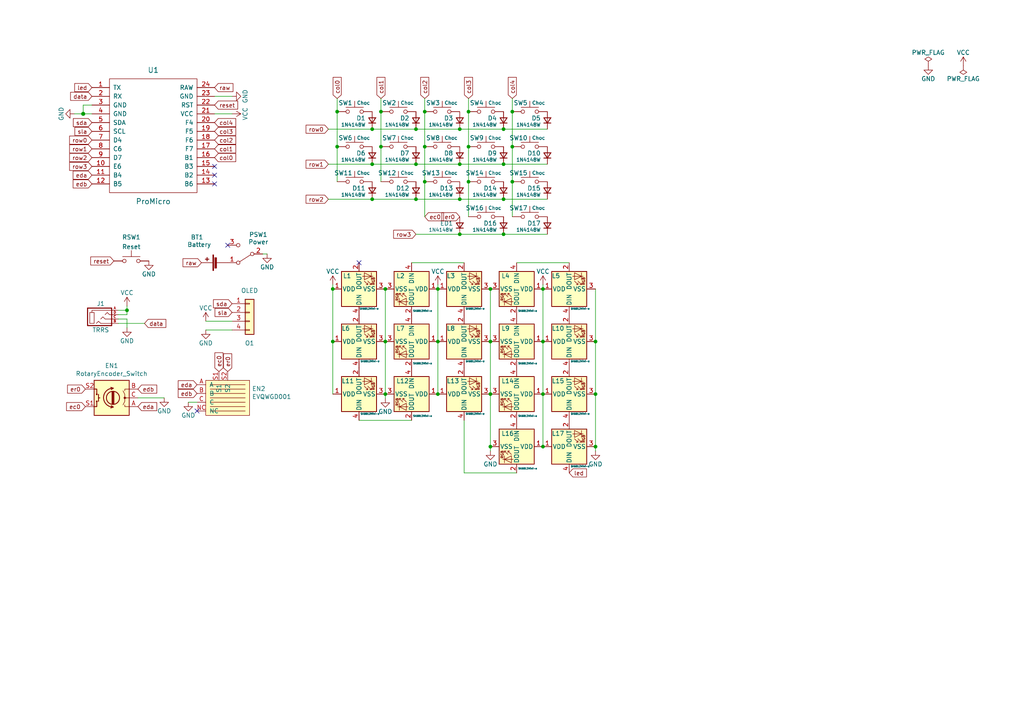
<source format=kicad_sch>
(kicad_sch (version 20210621) (generator eeschema)
  (paper "A4")
  (title_block (title "One Fell Swoop") (date "2021-11-18") (rev "0.3") (company "jmnw"))
  (lib_symbols
    (symbol "Connector_Generic:Conn_01x04" (pin_names (offset 1.016) hide)
      (property "Reference" "J" (at 0 5.08 0))
      (property "Value" "Conn_01x04" (at 0 -7.62 0))
      (symbol "Conn_01x04_1_1"
        (rectangle (start -1.27 -4.953) (end 0 -5.207) (stroke (width 0.1524)))
        (rectangle (start -1.27 -2.413) (end 0 -2.667) (stroke (width 0.1524)))
        (rectangle (start -1.27 0.127) (end 0 -0.127) (stroke (width 0.1524)))
        (rectangle (start -1.27 2.667) (end 0 2.413) (stroke (width 0.1524)))
        (rectangle (start -1.27 3.81) (end 1.27 -6.35) (stroke (width 0.254)) (fill (type background)))
        (pin passive line (at -5.08 2.54 0) (length 3.81) (name "Pin_1") (number "1"))
        (pin passive line (at -5.08 0 0) (length 3.81) (name "Pin_2") (number "2"))
        (pin passive line (at -5.08 -2.54 0) (length 3.81) (name "Pin_3") (number "3"))
        (pin passive line (at -5.08 -5.08 0) (length 3.81) (name "Pin_4") (number "4"))
      )
    )
    (symbol "Device:Battery_Cell" (pin_numbers hide) (pin_names (offset 0) hide)
      (property "Reference" "BT" (at 2.54 2.54 0))
      (property "Value" "Battery_Cell" (at 2.54 0 0))
      (symbol "Battery_Cell_0_1"
        (rectangle (start -2.286 1.778) (end 2.286 1.524) (fill (type outline)))
        (rectangle (start -1.5748 1.1938) (end 1.4732 0.6858) (fill (type outline)))
        (polyline (pts (xy 0 0.762) (xy 0 0)))
        (polyline (pts (xy 0 1.778) (xy 0 2.54)))
        (polyline (pts (xy 0.508 3.429) (xy 1.524 3.429)) (stroke (width 0.254)))
        (polyline (pts (xy 1.016 3.937) (xy 1.016 2.921)) (stroke (width 0.254)))
      )
      (symbol "Battery_Cell_1_1"
        (pin passive line (at 0 5.08 270) (length 2.54) (name "+") (number "1"))
        (pin passive line (at 0 -2.54 90) (length 2.54) (name "-") (number "2"))
      )
    )
    (symbol "Device:D_Small" (pin_numbers hide) (pin_names (offset 0.254) hide)
      (property "Reference" "D" (at -1.27 2.032 0))
      (property "Value" "D_Small" (at -3.81 -2.032 0))
      (symbol "D_Small_0_1"
        (polyline (pts (xy -0.762 -1.016) (xy -0.762 1.016)) (stroke (width 0.254)))
        (polyline (pts (xy -0.762 0) (xy 0.762 0)))
        (polyline (pts (xy 0.762 -1.016) (xy -0.762 0) (xy 0.762 1.016) (xy 0.762 -1.016)) (stroke (width 0.254)))
      )
      (symbol "D_Small_1_1"
        (pin passive line (at -2.54 0 0) (length 1.778) (name "K") (number "1"))
        (pin passive line (at 2.54 0 180) (length 1.778) (name "A") (number "2"))
      )
    )
    (symbol "Device:RotaryEncoder_Switch" (pin_names (offset 0.254) hide)
      (property "Reference" "SW" (at 0 6.604 0))
      (property "Value" "Device_RotaryEncoder_Switch" (at 0 -6.604 0))
      (symbol "RotaryEncoder_Switch_0_1"
        (rectangle (start -5.08 5.08) (end 5.08 -5.08) (stroke (width 0.254)) (fill (type background)))
        (circle (center -3.81 0) (radius 0.254) (fill (type outline)))
        (arc (start -0.381 -2.794) (mid 2.3622 -0.0635) (end -0.381 2.667) (stroke (width 0.254)))
        (circle (center -0.381 0) (radius 1.905) (stroke (width 0.254)))
        (polyline (pts (xy -0.635 -1.778) (xy -0.635 1.778)) (stroke (width 0.254)))
        (polyline (pts (xy -0.381 -1.778) (xy -0.381 1.778)) (stroke (width 0.254)))
        (polyline (pts (xy -0.127 1.778) (xy -0.127 -1.778)) (stroke (width 0.254)))
        (polyline (pts (xy 3.81 0) (xy 3.429 0)) (stroke (width 0.254)))
        (polyline (pts (xy 3.81 1.016) (xy 3.81 -1.016)) (stroke (width 0.254)))
        (polyline (pts (xy -5.08 -2.54) (xy -3.81 -2.54) (xy -3.81 -2.032)))
        (polyline (pts (xy -5.08 2.54) (xy -3.81 2.54) (xy -3.81 2.032)))
        (polyline (pts (xy 0.254 -3.048) (xy -0.508 -2.794) (xy 0.127 -2.413)) (stroke (width 0.254)))
        (polyline (pts (xy 0.254 2.921) (xy -0.508 2.667) (xy 0.127 2.286)) (stroke (width 0.254)))
        (polyline (pts (xy 5.08 -2.54) (xy 4.318 -2.54) (xy 4.318 -1.016)) (stroke (width 0.254)))
        (polyline (pts (xy 5.08 2.54) (xy 4.318 2.54) (xy 4.318 1.016)) (stroke (width 0.254)))
        (polyline (pts (xy -5.08 0) (xy -3.81 0) (xy -3.81 -1.016) (xy -3.302 -2.032)))
        (polyline (pts (xy -4.318 0) (xy -3.81 0) (xy -3.81 1.016) (xy -3.302 2.032)))
        (circle (center 4.318 -1.016) (radius 0.127) (stroke (width 0.254)))
        (circle (center 4.318 1.016) (radius 0.127) (stroke (width 0.254)))
      )
      (symbol "RotaryEncoder_Switch_1_1"
        (pin passive line (at -7.62 2.54 0) (length 2.54) (name "A") (number "A"))
        (pin passive line (at -7.62 -2.54 0) (length 2.54) (name "B") (number "B"))
        (pin passive line (at -7.62 0 0) (length 2.54) (name "C") (number "C"))
        (pin passive line (at 7.62 2.54 180) (length 2.54) (name "S1") (number "S1"))
        (pin passive line (at 7.62 -2.54 180) (length 2.54) (name "S2") (number "S2"))
      )
    )
    (symbol "Switch:SW_Push" (pin_numbers hide) (pin_names (offset 1.016) hide)
      (property "Reference" "SW" (at 1.27 2.54 0))
      (property "Value" "SW_Push" (at 0 -1.524 0))
      (symbol "SW_Push_0_1"
        (circle (center -2.032 0) (radius 0.508))
        (polyline (pts (xy 0 1.27) (xy 0 3.048)))
        (polyline (pts (xy 2.54 1.27) (xy -2.54 1.27)))
        (circle (center 2.032 0) (radius 0.508))
        (pin passive line (at -5.08 0 0) (length 2.54) (name "1") (number "1"))
        (pin passive line (at 5.08 0 180) (length 2.54) (name "2") (number "2"))
      )
    )
    (symbol "Switch:SW_SPDT" (pin_names (offset 0) hide)
      (property "Reference" "SW" (at 0 4.318 0))
      (property "Value" "SW_SPDT" (at 0 -5.08 0))
      (symbol "SW_SPDT_0_0"
        (circle (center -2.032 0) (radius 0.508))
        (circle (center 2.032 -2.54) (radius 0.508))
      )
      (symbol "SW_SPDT_0_1"
        (polyline (pts (xy -1.524 0.254) (xy 1.651 2.286)))
        (circle (center 2.032 2.54) (radius 0.508))
      )
      (symbol "SW_SPDT_1_1"
        (pin passive line (at 5.08 2.54 180) (length 2.54) (name "A") (number "1"))
        (pin passive line (at -5.08 0 0) (length 2.54) (name "B") (number "2"))
        (pin passive line (at 5.08 -2.54 180) (length 2.54) (name "C") (number "3"))
      )
    )
    (symbol "power:GND" (power) (pin_names (offset 0))
      (property "Value" "GND" (at 0 -3.81 0))
      (symbol "GND_0_1"
        (polyline (pts (xy 0 0) (xy 0 -1.27) (xy 1.27 -1.27) (xy 0 -2.54) (xy -1.27 -1.27) (xy 0 -1.27)))
      )
      (symbol "GND_1_1"
        (pin power_in line (at 0 0 270) (length 0) hide (name "GND") (number "1"))
      )
    )
    (symbol "power:PWR_FLAG" (power) (pin_numbers hide) (pin_names (offset 0) hide)
      (property "Value" "PWR_FLAG" (at 0 3.81 0))
      (symbol "PWR_FLAG_0_0"
        (pin power_out line (at 0 0 90) (length 0) (name "pwr") (number "1"))
      )
      (symbol "PWR_FLAG_0_1"
        (polyline (pts (xy 0 0) (xy 0 1.27) (xy -1.016 1.905) (xy 0 2.54) (xy 1.016 1.905) (xy 0 1.27)))
      )
    )
    (symbol "power:VCC" (power) (pin_names (offset 0))
      (property "Value" "VCC" (at 0 3.81 0))
      (symbol "VCC_0_1"
        (polyline (pts (xy -0.762 1.27) (xy 0 2.54)))
        (polyline (pts (xy 0 0) (xy 0 2.54)))
        (polyline (pts (xy 0 2.54) (xy 0.762 1.27)))
      )
      (symbol "VCC_1_1"
        (pin power_in line (at 0 0 90) (length 0) hide (name "VCC") (number "1"))
      )
    )
    (symbol "swoop:EVQWGD001" (pin_names (offset 1.016))
      (property "Reference" "EN2" (at 7.0612 1.3716 0))
      (property "Value" "EVQWGD001" (at 7.0612 -0.9398 0))
      (symbol "EVQWGD001_0_1"
        (rectangle (start -6.35 3.81) (end 6.35 -6.35) (fill (type background)))
        (polyline (pts (xy -5.08 -5.08) (xy 5.08 -5.08)))
        (polyline (pts (xy -5.08 -3.81) (xy 5.08 -3.81)))
        (polyline (pts (xy -5.08 -2.54) (xy 5.08 -2.54)))
        (polyline (pts (xy -5.08 -1.27) (xy 5.08 -1.27)))
        (polyline (pts (xy -5.08 0) (xy 5.08 0)))
        (polyline (pts (xy -5.08 1.27) (xy 5.08 1.27)))
        (polyline (pts (xy -5.08 2.54) (xy 5.08 2.54)))
      )
      (symbol "EVQWGD001_1_1"
        (pin output line (at -8.89 2.54 0) (length 2.54) (name "A") (number "A"))
        (pin output line (at -8.89 0 0) (length 2.54) (name "B") (number "B"))
        (pin passive line (at -8.89 -2.54 0) (length 2.54) (name "C") (number "C"))
        (pin unspecified line (at -8.89 -5.08 0) (length 2.54) (name "NC") (number "NC"))
        (pin output line (at -2.54 6.35 270) (length 2.54) (name "S1") (number "S1"))
        (pin output line (at 0 6.35 270) (length 2.54) (name "S2") (number "S2"))
      )
    )
    (symbol "swoop:MJ-4PP-9-kbd-corne-light-rescue" (pin_names (offset 1.016))
      (property "Reference" "J" (at 0 3.81 0))
      (property "Value" "MJ-4PP-9-kbd-corne-light-rescue" (at 0 -3.81 0))
      (symbol "MJ-4PP-9-kbd-corne-light-rescue_0_1"
        (rectangle (start -1.905 -1.905) (end -3.175 1.27))
        (polyline (pts (xy -2.54 1.27) (xy -2.54 1.905) (xy 3.175 1.905)))
        (polyline (pts (xy -1.27 -1.905) (xy -0.635 -1.27) (xy 0 -1.905) (xy 3.175 -1.905)))
        (polyline (pts (xy 0 -0.635) (xy 0.635 0) (xy 1.27 -0.635) (xy 3.175 -0.635)))
        (polyline (pts (xy 1.27 0.635) (xy 1.905 1.27) (xy 2.54 0.635) (xy 3.175 0.635)))
        (rectangle (start 3.175 2.54) (end -3.81 -2.54) (stroke (width 0.3048)))
      )
      (symbol "MJ-4PP-9-kbd-corne-light-rescue_1_1"
        (pin input line (at 5.08 1.905 180) (length 2.0066) (name "~") (number "A"))
        (pin input line (at 5.08 -1.905 180) (length 2.0066) (name "~") (number "B"))
        (pin input line (at 5.08 -0.635 180) (length 2.0066) (name "~") (number "C"))
        (pin input line (at 5.08 0.635 180) (length 2.0066) (name "~") (number "D"))
      )
    )
    (symbol "swoop:ProMicro-kbd-corne-light-rescue" (pin_names (offset 1.016))
      (property "Reference" "U" (at 0 24.13 0))
      (property "Value" "ProMicro-kbd-corne-light-rescue" (at 0 -13.97 0))
      (symbol "ProMicro-kbd-corne-light-rescue_0_1"
        (rectangle (start -12.7 21.59) (end 12.7 -11.43))
      )
      (symbol "ProMicro-kbd-corne-light-rescue_1_1"
        (pin bidirectional line (at -17.78 19.05 0) (length 5.08) (name "TX") (number "1"))
        (pin bidirectional line (at -17.78 -3.81 0) (length 5.08) (name "E6") (number "10"))
        (pin bidirectional line (at -17.78 -6.35 0) (length 5.08) (name "B4") (number "11"))
        (pin bidirectional line (at -17.78 -8.89 0) (length 5.08) (name "B5") (number "12"))
        (pin bidirectional line (at 17.78 -8.89 180) (length 5.08) (name "B6") (number "13"))
        (pin bidirectional line (at 17.78 -6.35 180) (length 5.08) (name "B2") (number "14"))
        (pin bidirectional line (at 17.78 -3.81 180) (length 5.08) (name "B3") (number "15"))
        (pin bidirectional line (at 17.78 -1.27 180) (length 5.08) (name "B1") (number "16"))
        (pin bidirectional line (at 17.78 1.27 180) (length 5.08) (name "F7") (number "17"))
        (pin bidirectional line (at 17.78 3.81 180) (length 5.08) (name "F6") (number "18"))
        (pin bidirectional line (at 17.78 6.35 180) (length 5.08) (name "F5") (number "19"))
        (pin bidirectional line (at -17.78 16.51 0) (length 5.08) (name "RX") (number "2"))
        (pin bidirectional line (at 17.78 8.89 180) (length 5.08) (name "F4") (number "20"))
        (pin power_in line (at 17.78 11.43 180) (length 5.08) (name "VCC") (number "21"))
        (pin input line (at 17.78 13.97 180) (length 5.08) (name "RST") (number "22"))
        (pin power_in line (at 17.78 16.51 180) (length 5.08) (name "GND") (number "23"))
        (pin power_out line (at 17.78 19.05 180) (length 5.08) (name "RAW") (number "24"))
        (pin power_in line (at -17.78 13.97 0) (length 5.08) (name "GND") (number "3"))
        (pin power_in line (at -17.78 11.43 0) (length 5.08) (name "GND") (number "4"))
        (pin bidirectional line (at -17.78 8.89 0) (length 5.08) (name "SDA") (number "5"))
        (pin bidirectional line (at -17.78 6.35 0) (length 5.08) (name "SCL") (number "6"))
        (pin bidirectional line (at -17.78 3.81 0) (length 5.08) (name "D4") (number "7"))
        (pin bidirectional line (at -17.78 1.27 0) (length 5.08) (name "C6") (number "8"))
        (pin bidirectional line (at -17.78 -1.27 0) (length 5.08) (name "D7") (number "9"))
      )
    )
    (symbol "swoop:SK6812MINI-E" (pin_names (offset 0.254))
      (property "Reference" "L1" (at -4.699 3.81 90))
      (property "Value" "SK6812MINI-E" (at 2.921 -5.715 90))
      (symbol "SK6812MINI-E_0_0"
        (text "RGB" (at 2.286 -4.191 0) (effects (font (size 0.762 0.762))))
      )
      (symbol "SK6812MINI-E_0_1"
        (polyline (pts (xy 1.27 -3.556) (xy 1.778 -3.556)))
        (polyline (pts (xy 1.27 -2.54) (xy 1.778 -2.54)))
        (polyline (pts (xy 4.699 -3.556) (xy 2.667 -3.556)))
        (polyline (pts (xy 2.286 -2.54) (xy 1.27 -3.556) (xy 1.27 -3.048)))
        (polyline (pts (xy 2.286 -1.524) (xy 1.27 -2.54) (xy 1.27 -2.032)))
        (polyline (pts (xy 3.683 -1.016) (xy 3.683 -3.556) (xy 3.683 -4.064)))
        (polyline (pts (xy 4.699 -1.524) (xy 2.667 -1.524) (xy 3.683 -3.556) (xy 4.699 -1.524)))
        (rectangle (start 5.08 5.08) (end -5.08 -5.08) (stroke (width 0.254)) (fill (type background)))
      )
      (symbol "SK6812MINI-E_1_1"
        (pin power_in line (at 0 7.62 270) (length 2.54) (name "VDD") (number "1"))
        (pin output line (at 7.62 0 180) (length 2.54) (name "DOUT") (number "2"))
        (pin power_in line (at 0 -7.62 90) (length 2.54) (name "VSS") (number "3"))
        (pin input line (at -7.62 0 0) (length 2.54) (name "DIN") (number "4"))
      )
    )
  )
  (junction (at 110.49 42.545))
  (junction (at 127 99.06))
  (junction (at 135.89 42.545))
  (junction (at 107.95 47.625))
  (junction (at 142.24 83.82))
  (junction (at 123.19 32.385))
  (junction (at 135.89 32.385))
  (junction (at 120.65 37.465))
  (junction (at 146.05 67.945))
  (junction (at 172.72 129.54))
  (junction (at 24.13 33.02) (diameter 1.016))
  (junction (at 120.65 57.785))
  (junction (at 111.76 99.06))
  (junction (at 157.48 83.82))
  (junction (at 148.59 52.705))
  (junction (at 157.48 114.3))
  (junction (at 36.83 89.9945))
  (junction (at 107.95 57.785))
  (junction (at 142.24 129.54))
  (junction (at 146.05 57.785))
  (junction (at 123.19 42.545))
  (junction (at 146.05 47.625))
  (junction (at 148.59 42.545))
  (junction (at 107.95 37.465))
  (junction (at 111.76 83.82))
  (junction (at 133.35 57.785))
  (junction (at 172.72 114.3))
  (junction (at 133.35 37.465))
  (junction (at 120.65 47.625))
  (junction (at 142.24 114.3))
  (junction (at 96.52 83.82))
  (junction (at 157.48 129.54))
  (junction (at 135.89 52.705))
  (junction (at 127 83.82))
  (junction (at 97.79 42.545))
  (junction (at 111.76 114.3))
  (junction (at 97.79 32.385))
  (junction (at 142.24 99.06))
  (junction (at 96.52 99.06))
  (junction (at 133.35 67.945))
  (junction (at 146.05 37.465))
  (junction (at 172.72 99.06))
  (junction (at 123.19 52.705))
  (junction (at 127 114.3))
  (junction (at 148.59 32.385))
  (junction (at 157.48 99.06))
  (junction (at 133.35 47.625))
  (junction (at 110.49 32.385))
  (no_connect (at 66.04 71.12))
  (no_connect (at 62.23 53.34))
  (no_connect (at 57.15 119.2045))
  (no_connect (at 104.14 76.2))
  (no_connect (at 62.23 48.26))
  (no_connect (at 62.23 50.8))
  (wire (pts (xy 34.29 91.2645) (xy 36.83 91.2645)))
  (wire (pts (xy 123.19 32.385) (xy 123.19 42.545)))
  (wire (pts (xy 123.19 28.575) (xy 123.19 32.385)))
  (wire (pts (xy 123.19 52.705) (xy 123.19 62.865)))
  (wire (pts (xy 123.19 42.545) (xy 123.19 52.705)))
  (wire (pts (xy 110.49 32.385) (xy 110.49 42.545)))
  (wire (pts (xy 110.49 28.575) (xy 110.49 32.385)))
  (wire (pts (xy 110.49 42.545) (xy 110.49 52.705)))
  (wire (pts (xy 134.62 121.92) (xy 134.62 137.16)))
  (wire (pts (xy 111.76 99.06) (xy 111.76 114.3)))
  (wire (pts (xy 111.76 83.82) (xy 111.76 99.06)))
  (wire (pts (xy 62.23 27.94) (xy 67.31 27.94)))
  (wire (pts (xy 120.65 67.945) (xy 133.35 67.945)))
  (wire (pts (xy 133.35 67.945) (xy 146.05 67.945)))
  (wire (pts (xy 146.05 67.945) (xy 158.75 67.945)))
  (wire (pts (xy 172.72 114.3) (xy 172.72 129.54)))
  (wire (pts (xy 172.72 99.06) (xy 172.72 114.3)))
  (wire (pts (xy 172.72 83.82) (xy 172.72 99.06)))
  (wire (pts (xy 104.14 121.92) (xy 119.38 121.92)))
  (wire (pts (xy 111.76 114.3) (xy 111.76 115.57)))
  (wire (pts (xy 157.48 99.06) (xy 157.48 114.3)))
  (wire (pts (xy 157.48 83.82) (xy 157.48 99.06)))
  (wire (pts (xy 157.48 114.3) (xy 157.48 129.54)))
  (wire (pts (xy 96.52 99.06) (xy 96.52 114.3)))
  (wire (pts (xy 96.52 83.82) (xy 96.52 99.06)))
  (wire (pts (xy 36.83 92.5345) (xy 36.83 95.0745)))
  (wire (pts (xy 62.23 33.02) (xy 67.31 33.02)))
  (wire (pts (xy 24.13 33.02) (xy 26.67 33.02)))
  (wire (pts (xy 135.89 32.385) (xy 135.89 42.545)))
  (wire (pts (xy 135.89 28.575) (xy 135.89 32.385)))
  (wire (pts (xy 135.89 42.545) (xy 135.89 52.705)))
  (wire (pts (xy 135.89 52.705) (xy 135.89 62.865)))
  (wire (pts (xy 95.25 57.785) (xy 107.95 57.785)))
  (wire (pts (xy 133.35 57.785) (xy 146.05 57.785)))
  (wire (pts (xy 120.65 57.785) (xy 133.35 57.785)))
  (wire (pts (xy 107.95 57.785) (xy 120.65 57.785)))
  (wire (pts (xy 146.05 57.785) (xy 158.75 57.785)))
  (wire (pts (xy 95.25 47.625) (xy 107.95 47.625)))
  (wire (pts (xy 120.65 47.625) (xy 133.35 47.625)))
  (wire (pts (xy 133.35 47.625) (xy 146.05 47.625)))
  (wire (pts (xy 107.95 47.625) (xy 120.65 47.625)))
  (wire (pts (xy 146.05 47.625) (xy 158.75 47.625)))
  (wire (pts (xy 26.67 30.48) (xy 24.13 30.48)))
  (wire (pts (xy 142.24 99.06) (xy 142.24 114.3)))
  (wire (pts (xy 142.24 83.82) (xy 142.24 99.06)))
  (wire (pts (xy 95.25 37.465) (xy 107.95 37.465)))
  (wire (pts (xy 120.65 37.465) (xy 133.35 37.465)))
  (wire (pts (xy 133.35 37.465) (xy 146.05 37.465)))
  (wire (pts (xy 107.95 37.465) (xy 120.65 37.465)))
  (wire (pts (xy 146.05 37.465) (xy 158.75 37.465)))
  (wire (pts (xy 149.86 76.2) (xy 165.1 76.2)))
  (wire (pts (xy 59.69 93.1695) (xy 67.31 93.1695)))
  (wire (pts (xy 149.86 137.16) (xy 134.62 137.16)))
  (wire (pts (xy 24.13 30.48) (xy 24.13 33.02)))
  (wire (pts (xy 34.29 89.9945) (xy 36.83 89.9945)))
  (wire (pts (xy 34.29 93.8045) (xy 41.91 93.8045)))
  (wire (pts (xy 54.61 116.6645) (xy 57.15 116.6645)))
  (wire (pts (xy 157.48 82.55) (xy 157.48 83.82)))
  (wire (pts (xy 96.52 82.55) (xy 96.52 83.82)))
  (wire (pts (xy 142.24 114.3) (xy 142.24 129.54)))
  (wire (pts (xy 40.005 115.3945) (xy 47.625 115.3945)))
  (wire (pts (xy 119.38 76.2) (xy 134.62 76.2)))
  (wire (pts (xy 21.59 33.02) (xy 24.13 33.02)))
  (wire (pts (xy 97.79 32.385) (xy 97.79 42.545)))
  (wire (pts (xy 97.79 28.575) (xy 97.79 32.385)))
  (wire (pts (xy 97.79 42.545) (xy 97.79 52.705)))
  (wire (pts (xy 59.69 95.7095) (xy 67.31 95.7095)))
  (wire (pts (xy 127 99.06) (xy 127 114.3)))
  (wire (pts (xy 127 83.82) (xy 127 99.06)))
  (wire (pts (xy 34.29 92.5345) (xy 36.83 92.5345)))
  (wire (pts (xy 36.83 89.9945) (xy 36.83 88.7245)))
  (wire (pts (xy 36.83 91.2645) (xy 36.83 89.9945)))
  (wire (pts (xy 172.72 129.54) (xy 172.72 130.81)))
  (wire (pts (xy 142.24 129.54) (xy 142.24 130.81)))
  (wire (pts (xy 76.2 73.66) (xy 77.47 73.66)))
  (wire (pts (xy 127 82.55) (xy 127 83.82)))
  (wire (pts (xy 148.59 28.575) (xy 148.59 32.385)))
  (wire (pts (xy 148.59 42.545) (xy 148.59 52.705)))
  (wire (pts (xy 148.59 32.385) (xy 148.59 42.545)))
  (wire (pts (xy 148.59 52.705) (xy 148.59 62.865)))
  (global_label "row2" (shape input) (at 26.67 45.72 180) (effects (font (size 1.1938 1.1938))) (property "Intersheet References" "${INTERSHEET_REFS}" (effects hide)))
  (global_label "raw" (shape input) (at 62.23 25.4 0) (effects (font (size 1.1938 1.1938))) (property "Intersheet References" "${INTERSHEET_REFS}" (effects hide)))
  (global_label "er0" (shape input) (at 24.765 112.8545 180) (effects (font (size 1.1938 1.1938))) (property "Intersheet References" "${INTERSHEET_REFS}" (effects hide)))
  (global_label "row3" (shape input) (at 26.67 48.26 180) (effects (font (size 1.1938 1.1938))) (property "Intersheet References" "${INTERSHEET_REFS}" (effects hide)))
  (global_label "reset" (shape input) (at 62.23 30.48 0) (effects (font (size 1.1938 1.1938))) (property "Intersheet References" "${INTERSHEET_REFS}" (effects hide)))
  (global_label "ec0" (shape input) (at 24.765 117.9345 180) (effects (font (size 1.1938 1.1938))) (property "Intersheet References" "${INTERSHEET_REFS}" (effects hide)))
  (global_label "ec0" (shape input) (at 123.19 62.865 0) (effects (font (size 1.1938 1.1938))) (property "Intersheet References" "${INTERSHEET_REFS}" (effects hide)))
  (global_label "row3" (shape input) (at 120.65 67.945 180) (effects (font (size 1.1938 1.1938))) (property "Intersheet References" "${INTERSHEET_REFS}" (effects hide)))
  (global_label "eda" (shape input) (at 26.67 50.8 180) (effects (font (size 1.1938 1.1938))) (property "Intersheet References" "${INTERSHEET_REFS}" (effects hide)))
  (global_label "ec0" (shape input) (at 63.5 107.7745 90) (effects (font (size 1.1938 1.1938))) (property "Intersheet References" "${INTERSHEET_REFS}" (effects hide)))
  (global_label "sla" (shape input) (at 67.31 90.6295 180) (effects (font (size 1.1938 1.1938))) (property "Intersheet References" "${INTERSHEET_REFS}" (effects hide)))
  (global_label "row2" (shape input) (at 95.25 57.785 180) (effects (font (size 1.1938 1.1938))) (property "Intersheet References" "${INTERSHEET_REFS}" (effects hide)))
  (global_label "sla" (shape input) (at 26.67 38.1 180) (effects (font (size 1.1938 1.1938))) (property "Intersheet References" "${INTERSHEET_REFS}" (effects hide)))
  (global_label "sda" (shape input) (at 67.31 88.0895 180) (effects (font (size 1.1938 1.1938))) (property "Intersheet References" "${INTERSHEET_REFS}" (effects hide)))
  (global_label "col1" (shape input) (at 62.23 43.18 0) (effects (font (size 1.1938 1.1938))) (property "Intersheet References" "${INTERSHEET_REFS}" (effects hide)))
  (global_label "col1" (shape input) (at 110.49 28.575 90) (effects (font (size 1.1938 1.1938))) (property "Intersheet References" "${INTERSHEET_REFS}" (effects hide)))
  (global_label "er0" (shape input) (at 133.35 62.865 180) (effects (font (size 1.1938 1.1938))) (property "Intersheet References" "${INTERSHEET_REFS}" (effects hide)))
  (global_label "raw" (shape input) (at 58.42 76.2 180) (effects (font (size 1.1938 1.1938))) (property "Intersheet References" "${INTERSHEET_REFS}" (effects hide)))
  (global_label "col3" (shape input) (at 62.23 38.1 0) (effects (font (size 1.1938 1.1938))) (property "Intersheet References" "${INTERSHEET_REFS}" (effects hide)))
  (global_label "col2" (shape input) (at 62.23 40.64 0) (effects (font (size 1.1938 1.1938))) (property "Intersheet References" "${INTERSHEET_REFS}" (effects hide)))
  (global_label "led" (shape input) (at 26.67 25.4 180) (effects (font (size 1.1938 1.1938))) (property "Intersheet References" "${INTERSHEET_REFS}" (effects hide)))
  (global_label "col2" (shape input) (at 123.19 28.575 90) (effects (font (size 1.1938 1.1938))) (property "Intersheet References" "${INTERSHEET_REFS}" (effects hide)))
  (global_label "edb" (shape input) (at 26.67 53.34 180) (effects (font (size 1.1938 1.1938))) (property "Intersheet References" "${INTERSHEET_REFS}" (effects hide)))
  (global_label "data" (shape input) (at 26.67 27.94 180) (effects (font (size 1.1938 1.1938))) (property "Intersheet References" "${INTERSHEET_REFS}" (effects hide)))
  (global_label "edb" (shape input) (at 40.005 112.8545 0) (effects (font (size 1.1938 1.1938))) (property "Intersheet References" "${INTERSHEET_REFS}" (effects hide)))
  (global_label "col3" (shape input) (at 135.89 28.575 90) (effects (font (size 1.1938 1.1938))) (property "Intersheet References" "${INTERSHEET_REFS}" (effects hide)))
  (global_label "row1" (shape input) (at 26.67 43.18 180) (effects (font (size 1.1938 1.1938))) (property "Intersheet References" "${INTERSHEET_REFS}" (effects hide)))
  (global_label "edb" (shape input) (at 57.15 114.1245 180) (effects (font (size 1.1938 1.1938))) (property "Intersheet References" "${INTERSHEET_REFS}" (effects hide)))
  (global_label "sda" (shape input) (at 26.67 35.56 180) (effects (font (size 1.1938 1.1938))) (property "Intersheet References" "${INTERSHEET_REFS}" (effects hide)))
  (global_label "col4" (shape input) (at 148.59 28.575 90) (effects (font (size 1.1938 1.1938))) (property "Intersheet References" "${INTERSHEET_REFS}" (effects hide)))
  (global_label "col0" (shape input) (at 97.79 28.575 90) (effects (font (size 1.1938 1.1938))) (property "Intersheet References" "${INTERSHEET_REFS}" (effects hide)))
  (global_label "reset" (shape input) (at 33.02 75.6919 180) (effects (font (size 1.1938 1.1938))) (property "Intersheet References" "${INTERSHEET_REFS}" (effects hide)))
  (global_label "row0" (shape input) (at 95.25 37.465 180) (effects (font (size 1.1938 1.1938))) (property "Intersheet References" "${INTERSHEET_REFS}" (effects hide)))
  (global_label "data" (shape input) (at 41.91 93.8045 0) (effects (font (size 1.1938 1.1938))) (property "Intersheet References" "${INTERSHEET_REFS}" (effects hide)))
  (global_label "col0" (shape input) (at 62.23 45.72 0) (effects (font (size 1.1938 1.1938))) (property "Intersheet References" "${INTERSHEET_REFS}" (effects hide)))
  (global_label "led" (shape input) (at 165.1 137.16 0) (effects (font (size 1.1938 1.1938))) (property "Intersheet References" "${INTERSHEET_REFS}" (effects hide)))
  (global_label "col4" (shape input) (at 62.23 35.56 0) (effects (font (size 1.1938 1.1938))) (property "Intersheet References" "${INTERSHEET_REFS}" (effects hide)))
  (global_label "row0" (shape input) (at 26.67 40.64 180) (effects (font (size 1.1938 1.1938))) (property "Intersheet References" "${INTERSHEET_REFS}" (effects hide)))
  (global_label "eda" (shape input) (at 57.15 111.5845 180) (effects (font (size 1.1938 1.1938))) (property "Intersheet References" "${INTERSHEET_REFS}" (effects hide)))
  (global_label "row1" (shape input) (at 95.25 47.625 180) (effects (font (size 1.1938 1.1938))) (property "Intersheet References" "${INTERSHEET_REFS}" (effects hide)))
  (global_label "er0" (shape input) (at 66.04 107.7745 90) (effects (font (size 1.1938 1.1938))) (property "Intersheet References" "${INTERSHEET_REFS}" (effects hide)))
  (global_label "eda" (shape input) (at 40.005 117.9345 0) (effects (font (size 1.1938 1.1938))) (property "Intersheet References" "${INTERSHEET_REFS}" (effects hide)))
  (symbol (lib_id "swoop:ProMicro-kbd-corne-light-rescue") (at 44.45 44.45 0) (unit 1)
    (property "Reference" "U1" (at 44.45 20.32 0) (effects (font (size 1.524 1.524))))
    (property "Value" "ProMicro" (at 44.45 58.42 0) (effects (font (size 1.524 1.524))))
    (property "Footprint" "swoop:ProMicro_jumpers" (effects hide))
  )
  (symbol (lib_id "power:GND") (at 67.31 27.94 90) (unit 1)
    (property "Reference" "#PWR03" (effects hide))
    (property "Value" "GND" (at 71.12 27.94 0))
  )
  (symbol (lib_id "power:VCC") (at 67.31 33.02 270) (unit 1)
    (property "Reference" "#PWR05" (effects hide))
    (property "Value" "VCC" (at 71.12 33.02 0))
  )
  (symbol (lib_id "power:GND") (at 21.59 33.02 270) (unit 1)
    (property "Reference" "#PWR04" (effects hide))
    (property "Value" "GND" (at 17.78 33.02 0))
  )
  (symbol (lib_id "power:GND") (at 269.24 19.05 0) (unit 1)
    (property "Reference" "#PWR01" (effects hide))
    (property "Value" "GND" (at 269.24 22.86 0))
  )
  (symbol (lib_id "power:VCC") (at 279.4 19.05 0) (unit 1)
    (property "Reference" "#PWR02" (effects hide))
    (property "Value" "VCC" (at 279.4 15.24 0))
  )
  (symbol (lib_id "power:PWR_FLAG") (at 279.4 19.05 180) (unit 1)
    (property "Reference" "#FLG02" (effects hide))
    (property "Value" "PWR_FLAG" (at 279.4 22.86 0))
  )
  (symbol (lib_id "power:PWR_FLAG") (at 269.24 19.05 0) (unit 1)
    (property "Reference" "#FLG01" (effects hide))
    (property "Value" "PWR_FLAG" (at 269.24 15.24 0))
  )
  (symbol (lib_id "power:VCC") (at 36.83 88.7245 0) (unit 1)
    (property "Reference" "#PWR06" (effects hide))
    (property "Value" "VCC" (at 36.83 84.9145 0))
  )
  (symbol (lib_id "power:GND") (at 36.83 95.0745 0) (unit 1)
    (property "Reference" "#PWR08" (effects hide))
    (property "Value" "GND" (at 36.83 98.8845 0))
  )
  (symbol (lib_id "swoop:MJ-4PP-9-kbd-corne-light-rescue") (at 29.21 91.8995 0) (unit 1)
    (property "Reference" "J1" (at 29.21 88.0895 0))
    (property "Value" "TRRS" (at 29.21 95.7095 0))
    (property "Footprint" "swoop:TRRS-3pin" (effects hide))
  )
  (symbol (lib_id "Device:D_Small") (at 146.05 34.925 90) (unit 1)
    (property "Reference" "D4" (at 144.145 34.29 90) (effects (justify left)))
    (property "Value" " 1N4148W" (at 144.145 36.195 90) (effects (font (size 1 1)) (justify left)))
    (property "Footprint" "swoop:D3_SMD" (effects hide))
  )
  (symbol (lib_id "swoop:SK6812MINI-E") (at 165.1 114.3 90) (unit 1)
    (property "Reference" "L15" (at 160.02 110.49 90) (effects (justify right)))
    (property "Value" "SK6812Mini-e" (at 168.275 120.015 90) (effects (font (size 0.5 0.5))))
    (property "Footprint" "swoop:SK6812_Mini_E" (effects hide))
    (property "JLCPCB BOM" "0" (effects hide))
  )
  (symbol (lib_id "Device:D_Small") (at 107.95 55.245 90) (unit 1)
    (property "Reference" "D11" (at 106.045 54.61 90) (effects (justify left)))
    (property "Value" " 1N4148W" (at 106.045 56.515 90) (effects (font (size 1 1)) (justify left)))
    (property "Footprint" "swoop:D3_SMD" (effects hide))
  )
  (symbol (lib_id "Device:D_Small") (at 120.65 34.925 90) (unit 1)
    (property "Reference" "D2" (at 118.745 34.29 90) (effects (justify left)))
    (property "Value" " 1N4148W" (at 118.745 36.195 90) (effects (font (size 1 1)) (justify left)))
    (property "Footprint" "swoop:D3_SMD" (effects hide))
  )
  (symbol (lib_id "Switch:SW_Push") (at 128.27 32.385 0) (unit 1)
    (property "Reference" "SW3" (at 127.635 29.845 0) (effects (justify right)))
    (property "Value" "Choc" (at 128.905 29.845 0) (effects (font (size 1 1)) (justify left)))
    (property "Footprint" "swoop:Choc" (effects hide))
  )
  (symbol (lib_id "swoop:SK6812MINI-E") (at 104.14 99.06 90) (unit 1)
    (property "Reference" "L6" (at 99.06 95.25 90) (effects (justify right)))
    (property "Value" "SK6812Mini-e" (at 107.315 104.775 90) (effects (font (size 0.5 0.5))))
    (property "Footprint" "swoop:SK6812_Mini_E" (effects hide))
    (property "JLCPCB BOM" "0" (effects hide))
  )
  (symbol (lib_id "swoop:SK6812MINI-E") (at 134.62 114.3 90) (unit 1)
    (property "Reference" "L13" (at 129.54 110.49 90) (effects (justify right)))
    (property "Value" "SK6812Mini-e" (at 137.795 120.015 90) (effects (font (size 0.5 0.5))))
    (property "Footprint" "swoop:SK6812_Mini_E" (effects hide))
    (property "JLCPCB BOM" "0" (effects hide))
  )
  (symbol (lib_id "Switch:SW_Push") (at 38.1 75.6919 0) (unit 1)
    (property "Reference" "RSW1" (at 38.1 68.8044 0))
    (property "Value" "Reset" (at 38.1 71.5795 0))
    (property "Footprint" "swoop:Reset" (effects hide))
  )
  (symbol (lib_id "Device:D_Small") (at 107.95 45.085 90) (unit 1)
    (property "Reference" "D6" (at 106.045 44.45 90) (effects (justify left)))
    (property "Value" " 1N4148W" (at 106.045 46.355 90) (effects (font (size 1 1)) (justify left)))
    (property "Footprint" "swoop:D3_SMD" (effects hide))
  )
  (symbol (lib_id "power:GND") (at 111.76 115.57 0) (unit 1)
    (property "Reference" "#PWR011" (effects hide))
    (property "Value" "GND" (at 111.76 119.38 0))
  )
  (symbol (lib_id "Device:D_Small") (at 158.75 45.085 90) (unit 1)
    (property "Reference" "D10" (at 156.845 44.45 90) (effects (justify left)))
    (property "Value" " 1N4148W" (at 156.845 46.355 90) (effects (font (size 1 1)) (justify left)))
    (property "Footprint" "swoop:D3_SMD" (effects hide))
  )
  (symbol (lib_id "Device:D_Small") (at 133.35 45.085 90) (unit 1)
    (property "Reference" "D8" (at 131.445 44.45 90) (effects (justify left)))
    (property "Value" " 1N4148W" (at 131.445 46.355 90) (effects (font (size 1 1)) (justify left)))
    (property "Footprint" "swoop:D3_SMD" (effects hide))
  )
  (symbol (lib_id "swoop:SK6812MINI-E") (at 149.86 99.06 270) (unit 1)
    (property "Reference" "L9" (at 145.415 95.25 90) (effects (justify left)))
    (property "Value" "SK6812Mini-e" (at 153.035 105.41 90) (effects (font (size 0.5 0.5))))
    (property "Footprint" "swoop:SK6812_Mini_E" (effects hide))
    (property "JLCPCB BOM" "0" (effects hide))
  )
  (symbol (lib_id "power:GND") (at 77.47 73.66 0) (unit 1)
    (property "Reference" "#PWR0101" (effects hide))
    (property "Value" "GND" (at 77.47 77.47 0))
  )
  (symbol (lib_id "Switch:SW_Push") (at 115.57 32.385 0) (unit 1)
    (property "Reference" "SW2" (at 114.935 29.845 0) (effects (justify right)))
    (property "Value" "Choc" (at 116.205 29.845 0) (effects (font (size 1 1)) (justify left)))
    (property "Footprint" "swoop:Choc" (effects hide))
  )
  (symbol (lib_id "Device:D_Small") (at 146.05 45.085 90) (unit 1)
    (property "Reference" "D9" (at 144.145 44.45 90) (effects (justify left)))
    (property "Value" " 1N4148W" (at 144.145 46.355 90) (effects (font (size 1 1)) (justify left)))
    (property "Footprint" "swoop:D3_SMD" (effects hide))
  )
  (symbol (lib_id "Switch:SW_Push") (at 153.67 42.545 0) (unit 1)
    (property "Reference" "SW10" (at 153.035 40.005 0) (effects (justify right)))
    (property "Value" "Choc" (at 154.305 40.005 0) (effects (font (size 1 1)) (justify left)))
    (property "Footprint" "swoop:Choc" (effects hide))
  )
  (symbol (lib_id "swoop:SK6812MINI-E") (at 165.1 129.54 90) (unit 1)
    (property "Reference" "L17" (at 160.02 125.73 90) (effects (justify right)))
    (property "Value" "SK6812Mini-e" (at 168.275 135.255 90) (effects (font (size 0.5 0.5))))
    (property "Footprint" "swoop:SK6812_Mini_E" (effects hide))
    (property "JLCPCB BOM" "0" (effects hide))
  )
  (symbol (lib_id "Switch:SW_Push") (at 102.87 32.385 0) (unit 1)
    (property "Reference" "SW1" (at 102.235 29.845 0) (effects (justify right)))
    (property "Value" "Choc" (at 103.505 29.845 0) (effects (font (size 1 1)) (justify left)))
    (property "Footprint" "swoop:Choc" (effects hide))
  )
  (symbol (lib_id "swoop:SK6812MINI-E") (at 165.1 83.82 90) (unit 1)
    (property "Reference" "L5" (at 160.02 80.01 90) (effects (justify right)))
    (property "Value" "SK6812Mini-e" (at 168.275 89.535 90) (effects (font (size 0.5 0.5))))
    (property "Footprint" "swoop:SK6812_Mini_E" (effects hide))
    (property "JLCPCB BOM" "0" (effects hide))
  )
  (symbol (lib_id "swoop:SK6812MINI-E") (at 149.86 83.82 270) (unit 1)
    (property "Reference" "L4" (at 145.415 80.01 90) (effects (justify left)))
    (property "Value" "SK6812Mini-e" (at 153.035 90.17 90) (effects (font (size 0.5 0.5))))
    (property "Footprint" "swoop:SK6812_Mini_E" (effects hide))
    (property "JLCPCB BOM" "0" (effects hide))
  )
  (symbol (lib_id "Device:D_Small") (at 133.35 65.405 90) (unit 1)
    (property "Reference" "ED1" (at 131.445 64.77 90) (effects (justify left)))
    (property "Value" " 1N4148W" (at 131.445 66.675 90) (effects (font (size 1 1)) (justify left)))
    (property "Footprint" "swoop:D3_SMD" (effects hide))
  )
  (symbol (lib_id "power:GND") (at 54.61 116.6645 0) (unit 1)
    (property "Reference" "#PWR0103" (effects hide))
    (property "Value" "GND" (at 54.61 120.4745 0))
  )
  (symbol (lib_id "power:GND") (at 142.24 130.81 0) (unit 1)
    (property "Reference" "#PWR012" (effects hide))
    (property "Value" "GND" (at 142.24 134.62 0))
  )
  (symbol (lib_id "swoop:SK6812MINI-E") (at 165.1 99.06 90) (unit 1)
    (property "Reference" "L10" (at 160.02 95.25 90) (effects (justify right)))
    (property "Value" "SK6812Mini-e" (at 168.275 104.775 90) (effects (font (size 0.5 0.5))))
    (property "Footprint" "swoop:SK6812_Mini_E" (effects hide))
    (property "JLCPCB BOM" "0" (effects hide))
  )
  (symbol (lib_id "Device:Battery_Cell") (at 63.5 76.2 90) (unit 1)
    (property "Reference" "BT1" (at 57.15 68.8044 90))
    (property "Value" "Battery" (at 57.785 70.9445 90))
    (property "Footprint" "swoop:Battery_pads" (effects hide))
  )
  (symbol (lib_id "Device:D_Small") (at 133.35 55.245 90) (unit 1)
    (property "Reference" "D13" (at 131.445 54.61 90) (effects (justify left)))
    (property "Value" " 1N4148W" (at 131.445 56.515 90) (effects (font (size 1 1)) (justify left)))
    (property "Footprint" "swoop:D3_SMD" (effects hide))
  )
  (symbol (lib_id "Device:D_Small") (at 158.75 65.405 90) (unit 1)
    (property "Reference" "D17" (at 156.845 64.77 90) (effects (justify left)))
    (property "Value" " 1N4148W" (at 156.845 66.675 90) (effects (font (size 1 1)) (justify left)))
    (property "Footprint" "swoop:D3_SMD" (effects hide))
  )
  (symbol (lib_id "swoop:SK6812MINI-E") (at 119.38 99.06 270) (unit 1)
    (property "Reference" "L7" (at 114.935 95.25 90) (effects (justify left)))
    (property "Value" "SK6812Mini-e" (at 122.555 105.41 90) (effects (font (size 0.5 0.5))))
    (property "Footprint" "swoop:SK6812_Mini_E" (effects hide))
    (property "JLCPCB BOM" "0" (effects hide))
  )
  (symbol (lib_id "Switch:SW_Push") (at 140.97 32.385 0) (unit 1)
    (property "Reference" "SW4" (at 140.335 29.845 0) (effects (justify right)))
    (property "Value" "Choc" (at 141.605 29.845 0) (effects (font (size 1 1)) (justify left)))
    (property "Footprint" "swoop:Choc" (effects hide))
  )
  (symbol (lib_id "swoop:EVQWGD001") (at 66.04 114.1245 0) (unit 1)
    (property "Reference" "EN2" (at 73.1012 112.7529 0) (effects (justify left)))
    (property "Value" "EVQWGD001" (at 73.1012 115.0643 0) (effects (justify left)))
    (property "Footprint" "swoop:RollerEncoder" (effects hide))
  )
  (symbol (lib_id "power:GND") (at 59.69 95.7095 0) (unit 1)
    (property "Reference" "#PWR0104" (effects hide))
    (property "Value" "GND" (at 59.69 99.5195 0))
  )
  (symbol (lib_id "power:VCC") (at 157.48 82.55 0) (unit 1)
    (property "Reference" "#PWR010" (effects hide))
    (property "Value" "VCC" (at 157.48 78.74 0))
  )
  (symbol (lib_id "swoop:SK6812MINI-E") (at 119.38 83.82 270) (unit 1)
    (property "Reference" "L2" (at 114.935 80.01 90) (effects (justify left)))
    (property "Value" "SK6812Mini-e" (at 122.555 90.17 90) (effects (font (size 0.5 0.5))))
    (property "Footprint" "swoop:SK6812_Mini_E" (effects hide))
    (property "JLCPCB BOM" "0" (effects hide))
  )
  (symbol (lib_id "power:GND") (at 47.625 115.3945 0) (unit 1)
    (property "Reference" "#PWR0106" (effects hide))
    (property "Value" "GND" (at 47.625 119.2045 0))
  )
  (symbol (lib_id "power:VCC") (at 127 82.55 0) (unit 1)
    (property "Reference" "#PWR09" (effects hide))
    (property "Value" "VCC" (at 127 78.74 0))
  )
  (symbol (lib_id "swoop:SK6812MINI-E") (at 104.14 114.3 90) (unit 1)
    (property "Reference" "L11" (at 99.06 110.49 90) (effects (justify right)))
    (property "Value" "SK6812Mini-e" (at 107.315 120.015 90) (effects (font (size 0.5 0.5))))
    (property "Footprint" "swoop:SK6812_Mini_E" (effects hide))
    (property "JLCPCB BOM" "0" (effects hide))
  )
  (symbol (lib_id "Device:D_Small") (at 158.75 34.925 90) (unit 1)
    (property "Reference" "D5" (at 156.845 34.29 90) (effects (justify left)))
    (property "Value" " 1N4148W" (at 156.845 36.195 90) (effects (font (size 1 1)) (justify left)))
    (property "Footprint" "swoop:D3_SMD" (effects hide))
  )
  (symbol (lib_id "Switch:SW_Push") (at 102.87 52.705 0) (unit 1)
    (property "Reference" "SW11" (at 102.235 50.165 0) (effects (justify right)))
    (property "Value" "Choc" (at 103.505 50.165 0) (effects (font (size 1 1)) (justify left)))
    (property "Footprint" "swoop:Choc" (effects hide))
  )
  (symbol (lib_id "Switch:SW_Push") (at 128.27 42.545 0) (unit 1)
    (property "Reference" "SW8" (at 127.635 40.005 0) (effects (justify right)))
    (property "Value" "Choc" (at 128.905 40.005 0) (effects (font (size 1 1)) (justify left)))
    (property "Footprint" "swoop:Choc" (effects hide))
  )
  (symbol (lib_id "Switch:SW_Push") (at 115.57 52.705 0) (unit 1)
    (property "Reference" "SW12" (at 114.935 50.165 0) (effects (justify right)))
    (property "Value" "Choc" (at 116.205 50.165 0) (effects (font (size 1 1)) (justify left)))
    (property "Footprint" "swoop:Choc" (effects hide))
  )
  (symbol (lib_id "Switch:SW_Push") (at 153.67 32.385 0) (unit 1)
    (property "Reference" "SW5" (at 153.035 29.845 0) (effects (justify right)))
    (property "Value" "Choc" (at 154.305 29.845 0) (effects (font (size 1 1)) (justify left)))
    (property "Footprint" "swoop:Choc" (effects hide))
  )
  (symbol (lib_id "Device:RotaryEncoder_Switch") (at 32.385 115.3945 180) (unit 1)
    (property "Reference" "EN1" (at 32.385 106.0727 0))
    (property "Value" "RotaryEncoder_Switch" (at 32.385 108.3841 0))
    (property "Footprint" "swoop:RotaryEncoder" (effects hide))
  )
  (symbol (lib_id "Device:D_Small") (at 107.95 34.925 90) (unit 1)
    (property "Reference" "D1" (at 106.045 34.29 90) (effects (justify left)))
    (property "Value" " 1N4148W" (at 106.045 36.195 90) (effects (font (size 1 1)) (justify left)))
    (property "Footprint" "swoop:D3_SMD" (effects hide))
  )
  (symbol (lib_id "power:GND") (at 172.72 130.81 0) (unit 1)
    (property "Reference" "#PWR013" (effects hide))
    (property "Value" "GND" (at 172.72 134.62 0))
  )
  (symbol (lib_id "Device:D_Small") (at 120.65 45.085 90) (unit 1)
    (property "Reference" "D7" (at 118.745 44.45 90) (effects (justify left)))
    (property "Value" " 1N4148W" (at 118.745 46.355 90) (effects (font (size 1 1)) (justify left)))
    (property "Footprint" "swoop:D3_SMD" (effects hide))
  )
  (symbol (lib_id "Connector_Generic:Conn_01x04") (at 72.39 90.6295 0) (unit 1)
    (property "Reference" "O1" (at 72.39 99.5195 0))
    (property "Value" "OLED" (at 72.39 84.2795 0))
    (property "Footprint" "swoop:OLED_jumpers" (effects hide))
  )
  (symbol (lib_id "Switch:SW_Push") (at 153.67 62.865 0) (unit 1)
    (property "Reference" "SW17" (at 153.035 60.325 0) (effects (justify right)))
    (property "Value" "Choc" (at 154.305 60.325 0) (effects (font (size 1 1)) (justify left)))
    (property "Footprint" "swoop:Choc" (effects hide))
  )
  (symbol (lib_id "Switch:SW_Push") (at 140.97 62.865 0) (unit 1)
    (property "Reference" "SW16" (at 140.335 60.325 0) (effects (justify right)))
    (property "Value" "Choc" (at 141.605 60.325 0) (effects (font (size 1 1)) (justify left)))
    (property "Footprint" "swoop:Choc" (effects hide))
  )
  (symbol (lib_id "swoop:SK6812MINI-E") (at 119.38 114.3 270) (unit 1)
    (property "Reference" "L12" (at 114.935 110.49 90) (effects (justify left)))
    (property "Value" "SK6812Mini-e" (at 122.555 120.65 90) (effects (font (size 0.5 0.5))))
    (property "Footprint" "swoop:SK6812_Mini_E" (effects hide))
    (property "JLCPCB BOM" "0" (effects hide))
  )
  (symbol (lib_id "swoop:SK6812MINI-E") (at 149.86 129.54 270) (unit 1)
    (property "Reference" "L16" (at 145.415 125.73 90) (effects (justify left)))
    (property "Value" "SK6812Mini-e" (at 153.035 135.89 90) (effects (font (size 0.5 0.5))))
    (property "Footprint" "swoop:SK6812_Mini_E" (effects hide))
    (property "JLCPCB BOM" "0" (effects hide))
  )
  (symbol (lib_id "Switch:SW_Push") (at 102.87 42.545 0) (unit 1)
    (property "Reference" "SW6" (at 102.235 40.005 0) (effects (justify right)))
    (property "Value" "Choc" (at 103.505 40.005 0) (effects (font (size 1 1)) (justify left)))
    (property "Footprint" "swoop:Choc" (effects hide))
  )
  (symbol (lib_id "power:GND") (at 43.18 75.6919 0) (unit 1)
    (property "Reference" "#PWR0102" (effects hide))
    (property "Value" "GND" (at 43.18 79.5019 0))
  )
  (symbol (lib_id "swoop:SK6812MINI-E") (at 134.62 99.06 90) (unit 1)
    (property "Reference" "L8" (at 129.54 95.25 90) (effects (justify right)))
    (property "Value" "SK6812Mini-e" (at 137.795 104.775 90) (effects (font (size 0.5 0.5))))
    (property "Footprint" "swoop:SK6812_Mini_E" (effects hide))
    (property "JLCPCB BOM" "0" (effects hide))
  )
  (symbol (lib_id "Device:D_Small") (at 158.75 55.245 90) (unit 1)
    (property "Reference" "D15" (at 156.845 54.61 90) (effects (justify left)))
    (property "Value" " 1N4148W" (at 156.845 56.515 90) (effects (font (size 1 1)) (justify left)))
    (property "Footprint" "swoop:D3_SMD" (effects hide))
  )
  (symbol (lib_id "Device:D_Small") (at 120.65 55.245 90) (unit 1)
    (property "Reference" "D12" (at 118.745 54.61 90) (effects (justify left)))
    (property "Value" " 1N4148W" (at 118.745 56.515 90) (effects (font (size 1 1)) (justify left)))
    (property "Footprint" "swoop:D3_SMD" (effects hide))
  )
  (symbol (lib_id "swoop:SK6812MINI-E") (at 104.14 83.82 90) (unit 1)
    (property "Reference" "L1" (at 99.441 80.01 90) (effects (justify right)))
    (property "Value" "SK6812Mini-e" (at 107.061 89.535 90) (effects (font (size 0.5 0.5))))
    (property "Footprint" "swoop:SK6812_Mini_E" (effects hide))
    (property "JLCPCB BOM" "0" (effects hide))
  )
  (symbol (lib_id "Switch:SW_Push") (at 140.97 52.705 0) (unit 1)
    (property "Reference" "SW14" (at 140.335 50.165 0) (effects (justify right)))
    (property "Value" "Choc" (at 141.605 50.165 0) (effects (font (size 1 1)) (justify left)))
    (property "Footprint" "swoop:Choc" (effects hide))
  )
  (symbol (lib_id "swoop:SK6812MINI-E") (at 149.86 114.3 270) (unit 1)
    (property "Reference" "L14" (at 145.415 110.49 90) (effects (justify left)))
    (property "Value" "SK6812Mini-e" (at 153.035 120.65 90) (effects (font (size 0.5 0.5))))
    (property "Footprint" "swoop:SK6812_Mini_E" (effects hide))
    (property "JLCPCB BOM" "0" (effects hide))
  )
  (symbol (lib_id "Switch:SW_Push") (at 153.67 52.705 0) (unit 1)
    (property "Reference" "SW15" (at 153.035 50.165 0) (effects (justify right)))
    (property "Value" "Choc" (at 154.305 50.165 0) (effects (font (size 1 1)) (justify left)))
    (property "Footprint" "swoop:Choc" (effects hide))
  )
  (symbol (lib_id "Switch:SW_Push") (at 140.97 42.545 0) (unit 1)
    (property "Reference" "SW9" (at 140.335 40.005 0) (effects (justify right)))
    (property "Value" "Choc" (at 141.605 40.005 0) (effects (font (size 1 1)) (justify left)))
    (property "Footprint" "swoop:Choc" (effects hide))
  )
  (symbol (lib_id "Switch:SW_Push") (at 115.57 42.545 0) (unit 1)
    (property "Reference" "SW7" (at 114.935 40.005 0) (effects (justify right)))
    (property "Value" "Choc" (at 116.205 40.005 0) (effects (font (size 1 1)) (justify left)))
    (property "Footprint" "swoop:Choc" (effects hide))
  )
  (symbol (lib_id "Device:D_Small") (at 146.05 55.245 90) (unit 1)
    (property "Reference" "D14" (at 144.145 54.61 90) (effects (justify left)))
    (property "Value" " 1N4148W" (at 144.145 56.515 90) (effects (font (size 1 1)) (justify left)))
    (property "Footprint" "swoop:D3_SMD" (effects hide))
  )
  (symbol (lib_id "Switch:SW_Push") (at 128.27 52.705 0) (unit 1)
    (property "Reference" "SW13" (at 127.635 50.165 0) (effects (justify right)))
    (property "Value" "Choc" (at 128.905 50.165 0) (effects (font (size 1 1)) (justify left)))
    (property "Footprint" "swoop:Choc" (effects hide))
  )
  (symbol (lib_id "Device:D_Small") (at 146.05 65.405 90) (unit 1)
    (property "Reference" "D16" (at 144.145 64.77 90) (effects (justify left)))
    (property "Value" " 1N4148W" (at 144.145 66.675 90) (effects (font (size 1 1)) (justify left)))
    (property "Footprint" "swoop:D3_SMD" (effects hide))
  )
  (symbol (lib_id "power:VCC") (at 96.52 82.55 0) (unit 1)
    (property "Reference" "#PWR07" (effects hide))
    (property "Value" "VCC" (at 96.52 78.74 0))
  )
  (symbol (lib_id "swoop:SK6812MINI-E") (at 134.62 83.82 90) (unit 1)
    (property "Reference" "L3" (at 129.54 80.01 90) (effects (justify right)))
    (property "Value" "SK6812Mini-e" (at 137.795 89.535 90) (effects (font (size 0.5 0.5))))
    (property "Footprint" "swoop:SK6812_Mini_E" (effects hide))
    (property "JLCPCB BOM" "0" (effects hide))
  )
  (symbol (lib_id "Switch:SW_SPDT") (at 71.12 73.66 180) (unit 1)
    (property "Reference" "PSW1" (at 74.93 68.0424 0))
    (property "Value" "Power" (at 74.93 70.1825 0))
    (property "Footprint" "swoop:Power" (effects hide))
  )
  (symbol (lib_id "power:VCC") (at 59.69 93.1695 0) (unit 1)
    (property "Reference" "#PWR0105" (effects hide))
    (property "Value" "VCC" (at 59.69 89.3595 0))
  )
  (symbol (lib_id "Device:D_Small") (at 133.35 34.925 90) (unit 1)
    (property "Reference" "D3" (at 131.445 34.29 90) (effects (justify left)))
    (property "Value" " 1N4148W" (at 131.445 36.195 90) (effects (font (size 1 1)) (justify left)))
    (property "Footprint" "swoop:D3_SMD" (effects hide))
  )
)
</source>
